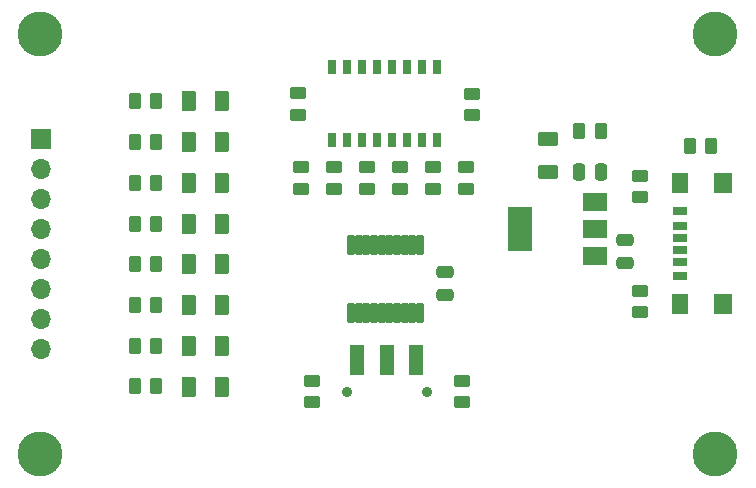
<source format=gbr>
%TF.GenerationSoftware,KiCad,Pcbnew,7.0.6*%
%TF.CreationDate,2024-07-23T19:19:19+03:00*%
%TF.ProjectId,bus_input_card,6275735f-696e-4707-9574-5f636172642e,rev?*%
%TF.SameCoordinates,Original*%
%TF.FileFunction,Soldermask,Top*%
%TF.FilePolarity,Negative*%
%FSLAX46Y46*%
G04 Gerber Fmt 4.6, Leading zero omitted, Abs format (unit mm)*
G04 Created by KiCad (PCBNEW 7.0.6) date 2024-07-23 19:19:19*
%MOMM*%
%LPD*%
G01*
G04 APERTURE LIST*
G04 Aperture macros list*
%AMRoundRect*
0 Rectangle with rounded corners*
0 $1 Rounding radius*
0 $2 $3 $4 $5 $6 $7 $8 $9 X,Y pos of 4 corners*
0 Add a 4 corners polygon primitive as box body*
4,1,4,$2,$3,$4,$5,$6,$7,$8,$9,$2,$3,0*
0 Add four circle primitives for the rounded corners*
1,1,$1+$1,$2,$3*
1,1,$1+$1,$4,$5*
1,1,$1+$1,$6,$7*
1,1,$1+$1,$8,$9*
0 Add four rect primitives between the rounded corners*
20,1,$1+$1,$2,$3,$4,$5,0*
20,1,$1+$1,$4,$5,$6,$7,0*
20,1,$1+$1,$6,$7,$8,$9,0*
20,1,$1+$1,$8,$9,$2,$3,0*%
G04 Aperture macros list end*
%ADD10RoundRect,0.250000X-0.375000X-0.625000X0.375000X-0.625000X0.375000X0.625000X-0.375000X0.625000X0*%
%ADD11RoundRect,0.250000X-0.450000X0.262500X-0.450000X-0.262500X0.450000X-0.262500X0.450000X0.262500X0*%
%ADD12RoundRect,0.250000X-0.262500X-0.450000X0.262500X-0.450000X0.262500X0.450000X-0.262500X0.450000X0*%
%ADD13RoundRect,0.250000X-0.475000X0.250000X-0.475000X-0.250000X0.475000X-0.250000X0.475000X0.250000X0*%
%ADD14R,1.700000X1.700000*%
%ADD15O,1.700000X1.700000*%
%ADD16RoundRect,0.250000X0.450000X-0.262500X0.450000X0.262500X-0.450000X0.262500X-0.450000X-0.262500X0*%
%ADD17RoundRect,0.250000X0.625000X-0.375000X0.625000X0.375000X-0.625000X0.375000X-0.625000X-0.375000X0*%
%ADD18RoundRect,0.250000X0.262500X0.450000X-0.262500X0.450000X-0.262500X-0.450000X0.262500X-0.450000X0*%
%ADD19C,0.900000*%
%ADD20R,1.250000X2.500000*%
%ADD21R,1.200000X0.700000*%
%ADD22R,1.200000X0.760000*%
%ADD23R,1.200000X0.800000*%
%ADD24R,1.350000X1.800000*%
%ADD25R,1.500000X1.800000*%
%ADD26RoundRect,0.153250X0.153750X-0.733750X0.153750X0.733750X-0.153750X0.733750X-0.153750X-0.733750X0*%
%ADD27R,2.000000X1.500000*%
%ADD28R,2.000000X3.800000*%
%ADD29C,3.800000*%
%ADD30R,0.760000X1.250000*%
%ADD31RoundRect,0.250000X-0.250000X-0.475000X0.250000X-0.475000X0.250000X0.475000X-0.250000X0.475000X0*%
G04 APERTURE END LIST*
D10*
%TO.C,D7*%
X132944451Y-90291017D03*
X135744451Y-90291017D03*
%TD*%
D11*
%TO.C,R21*%
X156438600Y-88980000D03*
X156438600Y-90805000D03*
%TD*%
D12*
%TO.C,R8*%
X128351951Y-93739588D03*
X130176951Y-93739588D03*
%TD*%
D10*
%TO.C,D2*%
X132944451Y-107543600D03*
X135744451Y-107543600D03*
%TD*%
D13*
%TO.C,C3*%
X154664451Y-97882367D03*
X154664451Y-99782367D03*
%TD*%
D12*
%TO.C,R5*%
X128351951Y-83393875D03*
X130176951Y-83393875D03*
%TD*%
%TO.C,R9*%
X128351951Y-97188159D03*
X130176951Y-97188159D03*
%TD*%
D14*
%TO.C,J2*%
X120387374Y-86588875D03*
D15*
X120387374Y-89128875D03*
X120387374Y-91668875D03*
X120387374Y-94208875D03*
X120387374Y-96748875D03*
X120387374Y-99288875D03*
X120387374Y-101828875D03*
X120387374Y-104368875D03*
%TD*%
D11*
%TO.C,R4*%
X171174451Y-99412938D03*
X171174451Y-101237938D03*
%TD*%
D12*
%TO.C,R12*%
X128351951Y-107533875D03*
X130176951Y-107533875D03*
%TD*%
D16*
%TO.C,R15*%
X142218451Y-84514575D03*
X142218451Y-82689575D03*
%TD*%
D17*
%TO.C,D1*%
X163367305Y-89409608D03*
X163367305Y-86609608D03*
%TD*%
D18*
%TO.C,R2*%
X177166951Y-87208875D03*
X175341951Y-87208875D03*
%TD*%
D19*
%TO.C,SW1*%
X146289244Y-108009210D03*
X153089244Y-108009210D03*
D20*
X147189244Y-105259210D03*
X149689244Y-105259210D03*
X152189244Y-105259210D03*
%TD*%
D21*
%TO.C,J1*%
X174491951Y-95963875D03*
D22*
X174491951Y-93943875D03*
D23*
X174491951Y-92713875D03*
D21*
X174491951Y-94963875D03*
D22*
X174491951Y-96983875D03*
D23*
X174491951Y-98213875D03*
D24*
X174546951Y-100588875D03*
D25*
X178126951Y-100588875D03*
D24*
X174546951Y-90338875D03*
D25*
X178126951Y-90338875D03*
%TD*%
D10*
%TO.C,D4*%
X132944451Y-100634800D03*
X135744451Y-100634800D03*
%TD*%
D26*
%TO.C,U2*%
X146655600Y-101269600D03*
X147305600Y-101269600D03*
X147955600Y-101269600D03*
X148605600Y-101269600D03*
X149255600Y-101269600D03*
X149905600Y-101269600D03*
X150555600Y-101269600D03*
X151205600Y-101269600D03*
X151855600Y-101269600D03*
X152505600Y-101269600D03*
X152505600Y-95529600D03*
X151855600Y-95529600D03*
X151205600Y-95529600D03*
X150555600Y-95529600D03*
X149905600Y-95529600D03*
X149255600Y-95529600D03*
X148605600Y-95529600D03*
X147955600Y-95529600D03*
X147305600Y-95529600D03*
X146655600Y-95529600D03*
%TD*%
D27*
%TO.C,U1*%
X167314451Y-96493875D03*
X167314451Y-94193875D03*
D28*
X161014451Y-94193875D03*
D27*
X167314451Y-91893875D03*
%TD*%
D29*
%TO.C,H2*%
X120374451Y-113243875D03*
%TD*%
D10*
%TO.C,D9*%
X132944451Y-83393875D03*
X135744451Y-83393875D03*
%TD*%
D11*
%TO.C,R16*%
X142468600Y-88980000D03*
X142468600Y-90805000D03*
%TD*%
%TO.C,R20*%
X153644600Y-88980000D03*
X153644600Y-90805000D03*
%TD*%
%TO.C,R19*%
X150850600Y-88980000D03*
X150850600Y-90805000D03*
%TD*%
D29*
%TO.C,H1*%
X120374451Y-77683875D03*
%TD*%
D10*
%TO.C,D8*%
X132944451Y-86842446D03*
X135744451Y-86842446D03*
%TD*%
D11*
%TO.C,R17*%
X145262600Y-88980000D03*
X145262600Y-90805000D03*
%TD*%
D12*
%TO.C,R6*%
X128351951Y-86842446D03*
X130176951Y-86842446D03*
%TD*%
D30*
%TO.C,SW2*%
X145101351Y-86652650D03*
X146371351Y-86652650D03*
X147641351Y-86652650D03*
X148911351Y-86652650D03*
X150181351Y-86652650D03*
X151451351Y-86652650D03*
X152721351Y-86652650D03*
X153991351Y-86652650D03*
X153991351Y-80502650D03*
X152721351Y-80502650D03*
X151451351Y-80502650D03*
X150181351Y-80502650D03*
X148911351Y-80502650D03*
X147641351Y-80502650D03*
X146371351Y-80502650D03*
X145101351Y-80502650D03*
%TD*%
D11*
%TO.C,R13*%
X143339244Y-107053157D03*
X143339244Y-108878157D03*
%TD*%
D10*
%TO.C,D3*%
X132944451Y-104089200D03*
X135744451Y-104089200D03*
%TD*%
%TO.C,D5*%
X132944451Y-97188159D03*
X135744451Y-97188159D03*
%TD*%
D12*
%TO.C,R10*%
X128351951Y-100636730D03*
X130176951Y-100636730D03*
%TD*%
D11*
%TO.C,R18*%
X148056600Y-88980000D03*
X148056600Y-90805000D03*
%TD*%
D16*
%TO.C,R22*%
X156874251Y-84565375D03*
X156874251Y-82740375D03*
%TD*%
D10*
%TO.C,D6*%
X132944451Y-93739588D03*
X135744451Y-93739588D03*
%TD*%
D16*
%TO.C,R3*%
X171174451Y-91524480D03*
X171174451Y-89699480D03*
%TD*%
D29*
%TO.C,H4*%
X177524451Y-113243875D03*
%TD*%
D16*
%TO.C,R14*%
X156039244Y-108878157D03*
X156039244Y-107053157D03*
%TD*%
D12*
%TO.C,R7*%
X128351951Y-90291017D03*
X130176951Y-90291017D03*
%TD*%
D29*
%TO.C,H3*%
X177524451Y-77683875D03*
%TD*%
D18*
%TO.C,R1*%
X167804951Y-85938875D03*
X165979951Y-85938875D03*
%TD*%
D13*
%TO.C,C2*%
X169854451Y-95148875D03*
X169854451Y-97048875D03*
%TD*%
D31*
%TO.C,C1*%
X165942451Y-89392474D03*
X167842451Y-89392474D03*
%TD*%
D12*
%TO.C,R11*%
X128351951Y-104085301D03*
X130176951Y-104085301D03*
%TD*%
M02*

</source>
